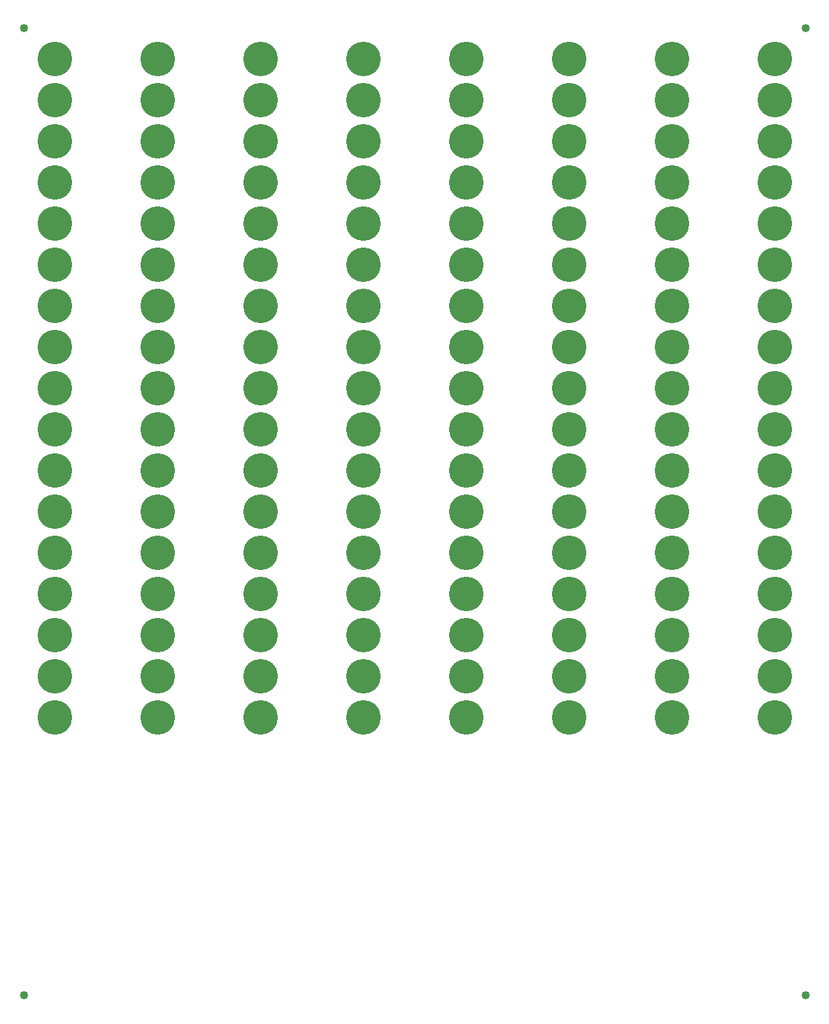
<source format=gts>
G75*
%MOIN*%
%OFA0B0*%
%FSLAX25Y25*%
%IPPOS*%
%LPD*%
%AMOC8*
5,1,8,0,0,1.08239X$1,22.5*
%
%ADD10C,0.16800*%
%ADD11C,0.04000*%
D10*
X0026300Y0146300D03*
X0026300Y0166300D03*
X0026300Y0186300D03*
X0026300Y0206300D03*
X0026300Y0226300D03*
X0026300Y0246300D03*
X0026300Y0266300D03*
X0026300Y0286300D03*
X0026300Y0306300D03*
X0026300Y0326300D03*
X0026300Y0346300D03*
X0026300Y0366300D03*
X0026300Y0386300D03*
X0026300Y0406300D03*
X0026300Y0426300D03*
X0026300Y0446300D03*
X0026300Y0466300D03*
X0076300Y0466300D03*
X0076300Y0446300D03*
X0076300Y0426300D03*
X0076300Y0406300D03*
X0076300Y0386300D03*
X0076300Y0366300D03*
X0076300Y0346300D03*
X0076300Y0326300D03*
X0076300Y0306300D03*
X0076300Y0286300D03*
X0076300Y0266300D03*
X0076300Y0246300D03*
X0076300Y0226300D03*
X0076300Y0206300D03*
X0076300Y0186300D03*
X0076300Y0166300D03*
X0076300Y0146300D03*
X0126300Y0146300D03*
X0126300Y0166300D03*
X0126300Y0186300D03*
X0126300Y0206300D03*
X0126300Y0226300D03*
X0126300Y0246300D03*
X0126300Y0266300D03*
X0126300Y0286300D03*
X0126300Y0306300D03*
X0126300Y0326300D03*
X0126300Y0346300D03*
X0126300Y0366300D03*
X0126300Y0386300D03*
X0126300Y0406300D03*
X0126300Y0426300D03*
X0126300Y0446300D03*
X0126300Y0466300D03*
X0176300Y0466300D03*
X0176300Y0446300D03*
X0176300Y0426300D03*
X0176300Y0406300D03*
X0176300Y0386300D03*
X0176300Y0366300D03*
X0176300Y0346300D03*
X0176300Y0326300D03*
X0176300Y0306300D03*
X0176300Y0286300D03*
X0176300Y0266300D03*
X0176300Y0246300D03*
X0176300Y0226300D03*
X0176300Y0206300D03*
X0176300Y0186300D03*
X0176300Y0166300D03*
X0176300Y0146300D03*
X0226300Y0146300D03*
X0226300Y0166300D03*
X0226300Y0186300D03*
X0226300Y0206300D03*
X0226300Y0226300D03*
X0226300Y0246300D03*
X0226300Y0266300D03*
X0226300Y0286300D03*
X0226300Y0306300D03*
X0226300Y0326300D03*
X0226300Y0346300D03*
X0226300Y0366300D03*
X0226300Y0386300D03*
X0226300Y0406300D03*
X0226300Y0426300D03*
X0226300Y0446300D03*
X0226300Y0466300D03*
X0276300Y0466300D03*
X0276300Y0446300D03*
X0276300Y0426300D03*
X0276300Y0406300D03*
X0276300Y0386300D03*
X0276300Y0366300D03*
X0276300Y0346300D03*
X0276300Y0326300D03*
X0276300Y0306300D03*
X0276300Y0286300D03*
X0276300Y0266300D03*
X0276300Y0246300D03*
X0276300Y0226300D03*
X0276300Y0206300D03*
X0276300Y0186300D03*
X0276300Y0166300D03*
X0276300Y0146300D03*
X0326300Y0146300D03*
X0326300Y0166300D03*
X0326300Y0186300D03*
X0326300Y0206300D03*
X0326300Y0226300D03*
X0326300Y0246300D03*
X0326300Y0266300D03*
X0326300Y0286300D03*
X0326300Y0306300D03*
X0326300Y0326300D03*
X0326300Y0346300D03*
X0326300Y0366300D03*
X0326300Y0386300D03*
X0326300Y0406300D03*
X0326300Y0426300D03*
X0326300Y0446300D03*
X0326300Y0466300D03*
X0376300Y0466300D03*
X0376300Y0446300D03*
X0376300Y0426300D03*
X0376300Y0406300D03*
X0376300Y0386300D03*
X0376300Y0366300D03*
X0376300Y0346300D03*
X0376300Y0326300D03*
X0376300Y0306300D03*
X0376300Y0286300D03*
X0376300Y0266300D03*
X0376300Y0246300D03*
X0376300Y0226300D03*
X0376300Y0206300D03*
X0376300Y0186300D03*
X0376300Y0166300D03*
X0376300Y0146300D03*
D11*
X0011300Y0011300D03*
X0391300Y0011300D03*
X0391300Y0481300D03*
X0011300Y0481300D03*
M02*

</source>
